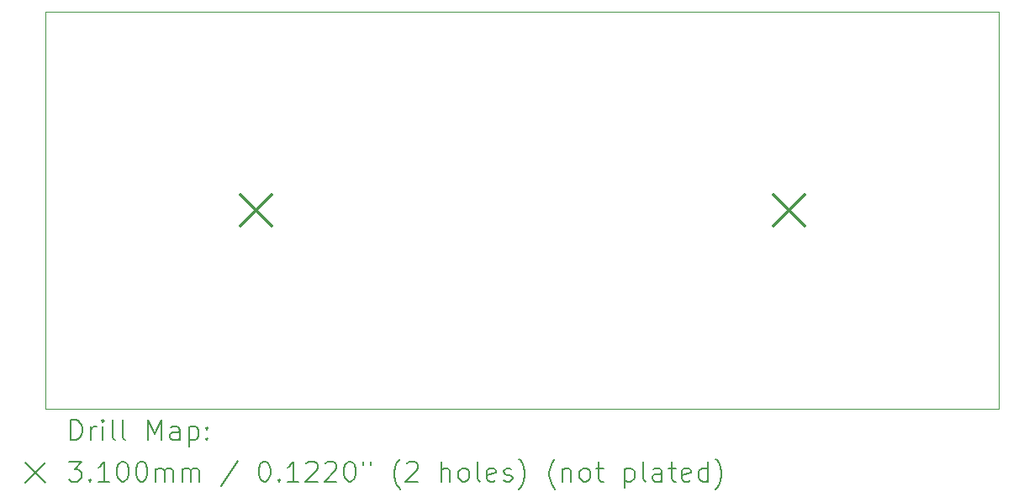
<source format=gbr>
%TF.GenerationSoftware,KiCad,Pcbnew,(6.0.7-1)-1*%
%TF.CreationDate,2023-01-10T14:37:08-05:00*%
%TF.ProjectId,LiIonUtilityBoard,4c69496f-6e55-4746-996c-697479426f61,rev?*%
%TF.SameCoordinates,Original*%
%TF.FileFunction,Drillmap*%
%TF.FilePolarity,Positive*%
%FSLAX45Y45*%
G04 Gerber Fmt 4.5, Leading zero omitted, Abs format (unit mm)*
G04 Created by KiCad (PCBNEW (6.0.7-1)-1) date 2023-01-10 14:37:08*
%MOMM*%
%LPD*%
G01*
G04 APERTURE LIST*
%ADD10C,0.100000*%
%ADD11C,0.200000*%
%ADD12C,0.310000*%
G04 APERTURE END LIST*
D10*
X8600000Y-4600000D02*
X18200000Y-4600000D01*
X18200000Y-4600000D02*
X18200000Y-8600000D01*
X18200000Y-8600000D02*
X8600000Y-8600000D01*
X8600000Y-8600000D02*
X8600000Y-4600000D01*
D11*
D12*
X10560000Y-6445000D02*
X10870000Y-6755000D01*
X10870000Y-6445000D02*
X10560000Y-6755000D01*
X15930000Y-6445000D02*
X16240000Y-6755000D01*
X16240000Y-6445000D02*
X15930000Y-6755000D01*
D11*
X8852619Y-8915476D02*
X8852619Y-8715476D01*
X8900238Y-8715476D01*
X8928810Y-8725000D01*
X8947857Y-8744048D01*
X8957381Y-8763095D01*
X8966905Y-8801190D01*
X8966905Y-8829762D01*
X8957381Y-8867857D01*
X8947857Y-8886905D01*
X8928810Y-8905952D01*
X8900238Y-8915476D01*
X8852619Y-8915476D01*
X9052619Y-8915476D02*
X9052619Y-8782143D01*
X9052619Y-8820238D02*
X9062143Y-8801190D01*
X9071667Y-8791667D01*
X9090714Y-8782143D01*
X9109762Y-8782143D01*
X9176429Y-8915476D02*
X9176429Y-8782143D01*
X9176429Y-8715476D02*
X9166905Y-8725000D01*
X9176429Y-8734524D01*
X9185952Y-8725000D01*
X9176429Y-8715476D01*
X9176429Y-8734524D01*
X9300238Y-8915476D02*
X9281190Y-8905952D01*
X9271667Y-8886905D01*
X9271667Y-8715476D01*
X9405000Y-8915476D02*
X9385952Y-8905952D01*
X9376429Y-8886905D01*
X9376429Y-8715476D01*
X9633571Y-8915476D02*
X9633571Y-8715476D01*
X9700238Y-8858333D01*
X9766905Y-8715476D01*
X9766905Y-8915476D01*
X9947857Y-8915476D02*
X9947857Y-8810714D01*
X9938333Y-8791667D01*
X9919286Y-8782143D01*
X9881190Y-8782143D01*
X9862143Y-8791667D01*
X9947857Y-8905952D02*
X9928810Y-8915476D01*
X9881190Y-8915476D01*
X9862143Y-8905952D01*
X9852619Y-8886905D01*
X9852619Y-8867857D01*
X9862143Y-8848810D01*
X9881190Y-8839286D01*
X9928810Y-8839286D01*
X9947857Y-8829762D01*
X10043095Y-8782143D02*
X10043095Y-8982143D01*
X10043095Y-8791667D02*
X10062143Y-8782143D01*
X10100238Y-8782143D01*
X10119286Y-8791667D01*
X10128810Y-8801190D01*
X10138333Y-8820238D01*
X10138333Y-8877381D01*
X10128810Y-8896429D01*
X10119286Y-8905952D01*
X10100238Y-8915476D01*
X10062143Y-8915476D01*
X10043095Y-8905952D01*
X10224048Y-8896429D02*
X10233571Y-8905952D01*
X10224048Y-8915476D01*
X10214524Y-8905952D01*
X10224048Y-8896429D01*
X10224048Y-8915476D01*
X10224048Y-8791667D02*
X10233571Y-8801190D01*
X10224048Y-8810714D01*
X10214524Y-8801190D01*
X10224048Y-8791667D01*
X10224048Y-8810714D01*
X8395000Y-9145000D02*
X8595000Y-9345000D01*
X8595000Y-9145000D02*
X8395000Y-9345000D01*
X8833571Y-9135476D02*
X8957381Y-9135476D01*
X8890714Y-9211667D01*
X8919286Y-9211667D01*
X8938333Y-9221190D01*
X8947857Y-9230714D01*
X8957381Y-9249762D01*
X8957381Y-9297381D01*
X8947857Y-9316429D01*
X8938333Y-9325952D01*
X8919286Y-9335476D01*
X8862143Y-9335476D01*
X8843095Y-9325952D01*
X8833571Y-9316429D01*
X9043095Y-9316429D02*
X9052619Y-9325952D01*
X9043095Y-9335476D01*
X9033571Y-9325952D01*
X9043095Y-9316429D01*
X9043095Y-9335476D01*
X9243095Y-9335476D02*
X9128810Y-9335476D01*
X9185952Y-9335476D02*
X9185952Y-9135476D01*
X9166905Y-9164048D01*
X9147857Y-9183095D01*
X9128810Y-9192619D01*
X9366905Y-9135476D02*
X9385952Y-9135476D01*
X9405000Y-9145000D01*
X9414524Y-9154524D01*
X9424048Y-9173571D01*
X9433571Y-9211667D01*
X9433571Y-9259286D01*
X9424048Y-9297381D01*
X9414524Y-9316429D01*
X9405000Y-9325952D01*
X9385952Y-9335476D01*
X9366905Y-9335476D01*
X9347857Y-9325952D01*
X9338333Y-9316429D01*
X9328810Y-9297381D01*
X9319286Y-9259286D01*
X9319286Y-9211667D01*
X9328810Y-9173571D01*
X9338333Y-9154524D01*
X9347857Y-9145000D01*
X9366905Y-9135476D01*
X9557381Y-9135476D02*
X9576429Y-9135476D01*
X9595476Y-9145000D01*
X9605000Y-9154524D01*
X9614524Y-9173571D01*
X9624048Y-9211667D01*
X9624048Y-9259286D01*
X9614524Y-9297381D01*
X9605000Y-9316429D01*
X9595476Y-9325952D01*
X9576429Y-9335476D01*
X9557381Y-9335476D01*
X9538333Y-9325952D01*
X9528810Y-9316429D01*
X9519286Y-9297381D01*
X9509762Y-9259286D01*
X9509762Y-9211667D01*
X9519286Y-9173571D01*
X9528810Y-9154524D01*
X9538333Y-9145000D01*
X9557381Y-9135476D01*
X9709762Y-9335476D02*
X9709762Y-9202143D01*
X9709762Y-9221190D02*
X9719286Y-9211667D01*
X9738333Y-9202143D01*
X9766905Y-9202143D01*
X9785952Y-9211667D01*
X9795476Y-9230714D01*
X9795476Y-9335476D01*
X9795476Y-9230714D02*
X9805000Y-9211667D01*
X9824048Y-9202143D01*
X9852619Y-9202143D01*
X9871667Y-9211667D01*
X9881190Y-9230714D01*
X9881190Y-9335476D01*
X9976429Y-9335476D02*
X9976429Y-9202143D01*
X9976429Y-9221190D02*
X9985952Y-9211667D01*
X10005000Y-9202143D01*
X10033571Y-9202143D01*
X10052619Y-9211667D01*
X10062143Y-9230714D01*
X10062143Y-9335476D01*
X10062143Y-9230714D02*
X10071667Y-9211667D01*
X10090714Y-9202143D01*
X10119286Y-9202143D01*
X10138333Y-9211667D01*
X10147857Y-9230714D01*
X10147857Y-9335476D01*
X10538333Y-9125952D02*
X10366905Y-9383095D01*
X10795476Y-9135476D02*
X10814524Y-9135476D01*
X10833571Y-9145000D01*
X10843095Y-9154524D01*
X10852619Y-9173571D01*
X10862143Y-9211667D01*
X10862143Y-9259286D01*
X10852619Y-9297381D01*
X10843095Y-9316429D01*
X10833571Y-9325952D01*
X10814524Y-9335476D01*
X10795476Y-9335476D01*
X10776429Y-9325952D01*
X10766905Y-9316429D01*
X10757381Y-9297381D01*
X10747857Y-9259286D01*
X10747857Y-9211667D01*
X10757381Y-9173571D01*
X10766905Y-9154524D01*
X10776429Y-9145000D01*
X10795476Y-9135476D01*
X10947857Y-9316429D02*
X10957381Y-9325952D01*
X10947857Y-9335476D01*
X10938333Y-9325952D01*
X10947857Y-9316429D01*
X10947857Y-9335476D01*
X11147857Y-9335476D02*
X11033571Y-9335476D01*
X11090714Y-9335476D02*
X11090714Y-9135476D01*
X11071667Y-9164048D01*
X11052619Y-9183095D01*
X11033571Y-9192619D01*
X11224048Y-9154524D02*
X11233571Y-9145000D01*
X11252619Y-9135476D01*
X11300238Y-9135476D01*
X11319286Y-9145000D01*
X11328809Y-9154524D01*
X11338333Y-9173571D01*
X11338333Y-9192619D01*
X11328809Y-9221190D01*
X11214524Y-9335476D01*
X11338333Y-9335476D01*
X11414524Y-9154524D02*
X11424048Y-9145000D01*
X11443095Y-9135476D01*
X11490714Y-9135476D01*
X11509762Y-9145000D01*
X11519286Y-9154524D01*
X11528809Y-9173571D01*
X11528809Y-9192619D01*
X11519286Y-9221190D01*
X11405000Y-9335476D01*
X11528809Y-9335476D01*
X11652619Y-9135476D02*
X11671667Y-9135476D01*
X11690714Y-9145000D01*
X11700238Y-9154524D01*
X11709762Y-9173571D01*
X11719286Y-9211667D01*
X11719286Y-9259286D01*
X11709762Y-9297381D01*
X11700238Y-9316429D01*
X11690714Y-9325952D01*
X11671667Y-9335476D01*
X11652619Y-9335476D01*
X11633571Y-9325952D01*
X11624048Y-9316429D01*
X11614524Y-9297381D01*
X11605000Y-9259286D01*
X11605000Y-9211667D01*
X11614524Y-9173571D01*
X11624048Y-9154524D01*
X11633571Y-9145000D01*
X11652619Y-9135476D01*
X11795476Y-9135476D02*
X11795476Y-9173571D01*
X11871667Y-9135476D02*
X11871667Y-9173571D01*
X12166905Y-9411667D02*
X12157381Y-9402143D01*
X12138333Y-9373571D01*
X12128809Y-9354524D01*
X12119286Y-9325952D01*
X12109762Y-9278333D01*
X12109762Y-9240238D01*
X12119286Y-9192619D01*
X12128809Y-9164048D01*
X12138333Y-9145000D01*
X12157381Y-9116429D01*
X12166905Y-9106905D01*
X12233571Y-9154524D02*
X12243095Y-9145000D01*
X12262143Y-9135476D01*
X12309762Y-9135476D01*
X12328809Y-9145000D01*
X12338333Y-9154524D01*
X12347857Y-9173571D01*
X12347857Y-9192619D01*
X12338333Y-9221190D01*
X12224048Y-9335476D01*
X12347857Y-9335476D01*
X12585952Y-9335476D02*
X12585952Y-9135476D01*
X12671667Y-9335476D02*
X12671667Y-9230714D01*
X12662143Y-9211667D01*
X12643095Y-9202143D01*
X12614524Y-9202143D01*
X12595476Y-9211667D01*
X12585952Y-9221190D01*
X12795476Y-9335476D02*
X12776428Y-9325952D01*
X12766905Y-9316429D01*
X12757381Y-9297381D01*
X12757381Y-9240238D01*
X12766905Y-9221190D01*
X12776428Y-9211667D01*
X12795476Y-9202143D01*
X12824048Y-9202143D01*
X12843095Y-9211667D01*
X12852619Y-9221190D01*
X12862143Y-9240238D01*
X12862143Y-9297381D01*
X12852619Y-9316429D01*
X12843095Y-9325952D01*
X12824048Y-9335476D01*
X12795476Y-9335476D01*
X12976428Y-9335476D02*
X12957381Y-9325952D01*
X12947857Y-9306905D01*
X12947857Y-9135476D01*
X13128809Y-9325952D02*
X13109762Y-9335476D01*
X13071667Y-9335476D01*
X13052619Y-9325952D01*
X13043095Y-9306905D01*
X13043095Y-9230714D01*
X13052619Y-9211667D01*
X13071667Y-9202143D01*
X13109762Y-9202143D01*
X13128809Y-9211667D01*
X13138333Y-9230714D01*
X13138333Y-9249762D01*
X13043095Y-9268810D01*
X13214524Y-9325952D02*
X13233571Y-9335476D01*
X13271667Y-9335476D01*
X13290714Y-9325952D01*
X13300238Y-9306905D01*
X13300238Y-9297381D01*
X13290714Y-9278333D01*
X13271667Y-9268810D01*
X13243095Y-9268810D01*
X13224048Y-9259286D01*
X13214524Y-9240238D01*
X13214524Y-9230714D01*
X13224048Y-9211667D01*
X13243095Y-9202143D01*
X13271667Y-9202143D01*
X13290714Y-9211667D01*
X13366905Y-9411667D02*
X13376428Y-9402143D01*
X13395476Y-9373571D01*
X13405000Y-9354524D01*
X13414524Y-9325952D01*
X13424048Y-9278333D01*
X13424048Y-9240238D01*
X13414524Y-9192619D01*
X13405000Y-9164048D01*
X13395476Y-9145000D01*
X13376428Y-9116429D01*
X13366905Y-9106905D01*
X13728809Y-9411667D02*
X13719286Y-9402143D01*
X13700238Y-9373571D01*
X13690714Y-9354524D01*
X13681190Y-9325952D01*
X13671667Y-9278333D01*
X13671667Y-9240238D01*
X13681190Y-9192619D01*
X13690714Y-9164048D01*
X13700238Y-9145000D01*
X13719286Y-9116429D01*
X13728809Y-9106905D01*
X13805000Y-9202143D02*
X13805000Y-9335476D01*
X13805000Y-9221190D02*
X13814524Y-9211667D01*
X13833571Y-9202143D01*
X13862143Y-9202143D01*
X13881190Y-9211667D01*
X13890714Y-9230714D01*
X13890714Y-9335476D01*
X14014524Y-9335476D02*
X13995476Y-9325952D01*
X13985952Y-9316429D01*
X13976428Y-9297381D01*
X13976428Y-9240238D01*
X13985952Y-9221190D01*
X13995476Y-9211667D01*
X14014524Y-9202143D01*
X14043095Y-9202143D01*
X14062143Y-9211667D01*
X14071667Y-9221190D01*
X14081190Y-9240238D01*
X14081190Y-9297381D01*
X14071667Y-9316429D01*
X14062143Y-9325952D01*
X14043095Y-9335476D01*
X14014524Y-9335476D01*
X14138333Y-9202143D02*
X14214524Y-9202143D01*
X14166905Y-9135476D02*
X14166905Y-9306905D01*
X14176428Y-9325952D01*
X14195476Y-9335476D01*
X14214524Y-9335476D01*
X14433571Y-9202143D02*
X14433571Y-9402143D01*
X14433571Y-9211667D02*
X14452619Y-9202143D01*
X14490714Y-9202143D01*
X14509762Y-9211667D01*
X14519286Y-9221190D01*
X14528809Y-9240238D01*
X14528809Y-9297381D01*
X14519286Y-9316429D01*
X14509762Y-9325952D01*
X14490714Y-9335476D01*
X14452619Y-9335476D01*
X14433571Y-9325952D01*
X14643095Y-9335476D02*
X14624048Y-9325952D01*
X14614524Y-9306905D01*
X14614524Y-9135476D01*
X14805000Y-9335476D02*
X14805000Y-9230714D01*
X14795476Y-9211667D01*
X14776428Y-9202143D01*
X14738333Y-9202143D01*
X14719286Y-9211667D01*
X14805000Y-9325952D02*
X14785952Y-9335476D01*
X14738333Y-9335476D01*
X14719286Y-9325952D01*
X14709762Y-9306905D01*
X14709762Y-9287857D01*
X14719286Y-9268810D01*
X14738333Y-9259286D01*
X14785952Y-9259286D01*
X14805000Y-9249762D01*
X14871667Y-9202143D02*
X14947857Y-9202143D01*
X14900238Y-9135476D02*
X14900238Y-9306905D01*
X14909762Y-9325952D01*
X14928809Y-9335476D01*
X14947857Y-9335476D01*
X15090714Y-9325952D02*
X15071667Y-9335476D01*
X15033571Y-9335476D01*
X15014524Y-9325952D01*
X15005000Y-9306905D01*
X15005000Y-9230714D01*
X15014524Y-9211667D01*
X15033571Y-9202143D01*
X15071667Y-9202143D01*
X15090714Y-9211667D01*
X15100238Y-9230714D01*
X15100238Y-9249762D01*
X15005000Y-9268810D01*
X15271667Y-9335476D02*
X15271667Y-9135476D01*
X15271667Y-9325952D02*
X15252619Y-9335476D01*
X15214524Y-9335476D01*
X15195476Y-9325952D01*
X15185952Y-9316429D01*
X15176428Y-9297381D01*
X15176428Y-9240238D01*
X15185952Y-9221190D01*
X15195476Y-9211667D01*
X15214524Y-9202143D01*
X15252619Y-9202143D01*
X15271667Y-9211667D01*
X15347857Y-9411667D02*
X15357381Y-9402143D01*
X15376428Y-9373571D01*
X15385952Y-9354524D01*
X15395476Y-9325952D01*
X15405000Y-9278333D01*
X15405000Y-9240238D01*
X15395476Y-9192619D01*
X15385952Y-9164048D01*
X15376428Y-9145000D01*
X15357381Y-9116429D01*
X15347857Y-9106905D01*
M02*

</source>
